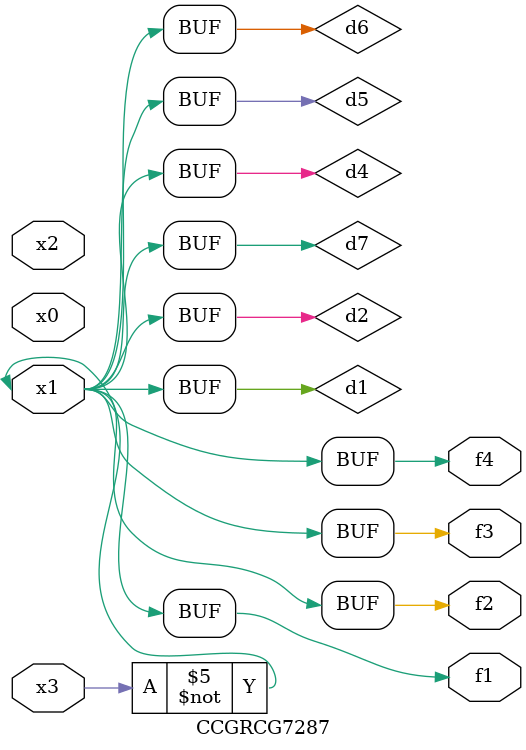
<source format=v>
module CCGRCG7287(
	input x0, x1, x2, x3,
	output f1, f2, f3, f4
);

	wire d1, d2, d3, d4, d5, d6, d7;

	not (d1, x3);
	buf (d2, x1);
	xnor (d3, d1, d2);
	nor (d4, d1);
	buf (d5, d1, d2);
	buf (d6, d4, d5);
	nand (d7, d4);
	assign f1 = d6;
	assign f2 = d7;
	assign f3 = d6;
	assign f4 = d6;
endmodule

</source>
